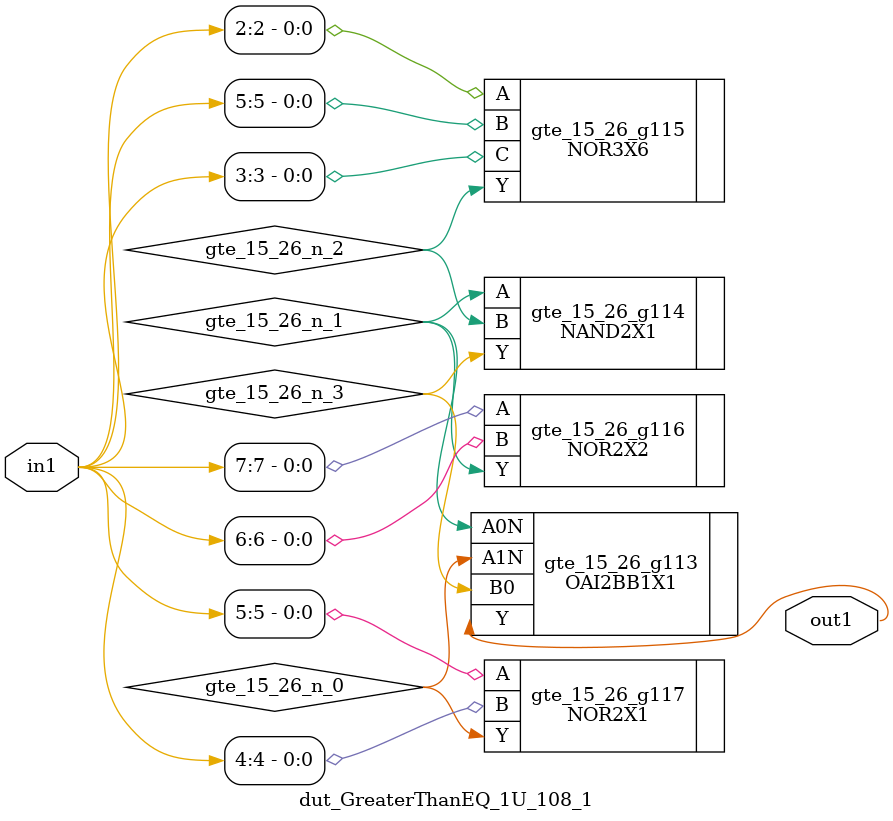
<source format=v>
`timescale 1ps / 1ps


module dut_GreaterThanEQ_1U_108_1(in1, out1);
  input [7:0] in1;
  output out1;
  wire [7:0] in1;
  wire out1;
  wire gte_15_26_n_0, gte_15_26_n_1, gte_15_26_n_2, gte_15_26_n_3;
  OAI2BB1X1 gte_15_26_g113(.A0N (gte_15_26_n_1), .A1N (gte_15_26_n_0),
       .B0 (gte_15_26_n_3), .Y (out1));
  NAND2X1 gte_15_26_g114(.A (gte_15_26_n_1), .B (gte_15_26_n_2), .Y
       (gte_15_26_n_3));
  NOR3X6 gte_15_26_g115(.A (in1[2]), .B (in1[5]), .C (in1[3]), .Y
       (gte_15_26_n_2));
  NOR2X2 gte_15_26_g116(.A (in1[7]), .B (in1[6]), .Y (gte_15_26_n_1));
  NOR2X1 gte_15_26_g117(.A (in1[5]), .B (in1[4]), .Y (gte_15_26_n_0));
endmodule



</source>
